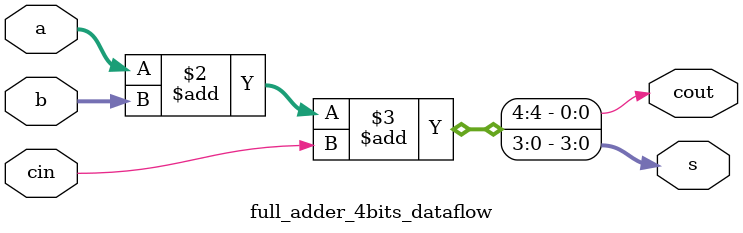
<source format=v>
module full_adder_4bits_dataflow(s,cout,a,b,cin);

input [3:0] a,b;
input cin;

output reg [3:0] s;
output reg cout;

always @(a,b,cin) {cout,s} = a + b + cin;

endmodule


</source>
